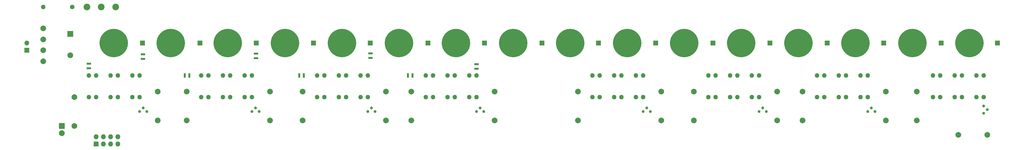
<source format=gbr>
G04 #@! TF.FileFunction,Soldermask,Top*
%FSLAX46Y46*%
G04 Gerber Fmt 4.6, Leading zero omitted, Abs format (unit mm)*
G04 Created by KiCad (PCBNEW 4.0.7) date 02/21/18 09:39:28*
%MOMM*%
%LPD*%
G01*
G04 APERTURE LIST*
%ADD10C,0.100000*%
%ADD11O,1.600000X1.600000*%
%ADD12C,1.000760*%
%ADD13R,1.727200X1.727200*%
%ADD14O,1.727200X1.727200*%
%ADD15R,2.032000X2.032000*%
%ADD16O,2.032000X2.032000*%
%ADD17C,1.998980*%
%ADD18R,1.500000X0.800000*%
%ADD19R,0.800000X1.500000*%
%ADD20C,10.000000*%
%ADD21R,1.700000X1.700000*%
%ADD22O,1.700000X1.700000*%
%ADD23C,1.600000*%
%ADD24C,2.000000*%
%ADD25R,2.000000X2.000000*%
%ADD26C,2.340000*%
G04 APERTURE END LIST*
D10*
D11*
X328930000Y-131445000D03*
X331470000Y-131445000D03*
X331470000Y-123825000D03*
X328930000Y-123825000D03*
D12*
X381000000Y-135890000D03*
X379730000Y-137160000D03*
X379730000Y-134620000D03*
D13*
X68580000Y-147955000D03*
D14*
X68580000Y-145415000D03*
X71120000Y-147955000D03*
X71120000Y-145415000D03*
X73660000Y-147955000D03*
X73660000Y-145415000D03*
X76200000Y-147955000D03*
X76200000Y-145415000D03*
D15*
X56515000Y-141605000D03*
D16*
X56515000Y-144145000D03*
D12*
X85090000Y-135255000D03*
X86360000Y-136525000D03*
X83820000Y-136525000D03*
X261620000Y-135255000D03*
X262890000Y-136525000D03*
X260350000Y-136525000D03*
X124460000Y-135255000D03*
X125730000Y-136525000D03*
X123190000Y-136525000D03*
X302260000Y-135255000D03*
X303530000Y-136525000D03*
X300990000Y-136525000D03*
X165100000Y-135255000D03*
X166370000Y-136525000D03*
X163830000Y-136525000D03*
X340360000Y-135255000D03*
X341630000Y-136525000D03*
X339090000Y-136525000D03*
X203200000Y-135255000D03*
X204470000Y-136525000D03*
X201930000Y-136525000D03*
D17*
X100330000Y-129540000D03*
X100330000Y-139700000D03*
X278130000Y-129540000D03*
X278130000Y-139700000D03*
X140970000Y-129540000D03*
X140970000Y-139700000D03*
X316230000Y-129540000D03*
X316230000Y-139700000D03*
X179070000Y-129540000D03*
X179070000Y-139700000D03*
X356235000Y-129540000D03*
X356235000Y-139700000D03*
X237490000Y-129540000D03*
X237490000Y-139700000D03*
X60960000Y-131445000D03*
X60960000Y-141605000D03*
D11*
X66040000Y-131445000D03*
X68580000Y-131445000D03*
X68580000Y-123825000D03*
X66040000Y-123825000D03*
X73660000Y-131445000D03*
X76200000Y-131445000D03*
X76200000Y-123825000D03*
X73660000Y-123825000D03*
X81280000Y-131445000D03*
X83820000Y-131445000D03*
X83820000Y-123825000D03*
X81280000Y-123825000D03*
X242570000Y-131445000D03*
X245110000Y-131445000D03*
X245110000Y-123825000D03*
X242570000Y-123825000D03*
X250190000Y-131445000D03*
X252730000Y-131445000D03*
X252730000Y-123825000D03*
X250190000Y-123825000D03*
X257810000Y-131445000D03*
X260350000Y-131445000D03*
X260350000Y-123825000D03*
X257810000Y-123825000D03*
X105410000Y-131445000D03*
X107950000Y-131445000D03*
X107950000Y-123825000D03*
X105410000Y-123825000D03*
X113030000Y-131445000D03*
X115570000Y-131445000D03*
X115570000Y-123825000D03*
X113030000Y-123825000D03*
X120650000Y-131445000D03*
X123190000Y-131445000D03*
X123190000Y-123825000D03*
X120650000Y-123825000D03*
X283210000Y-131445000D03*
X285750000Y-131445000D03*
X285750000Y-123825000D03*
X283210000Y-123825000D03*
X290830000Y-131445000D03*
X293370000Y-131445000D03*
X293370000Y-123825000D03*
X290830000Y-123825000D03*
X298450000Y-131445000D03*
X300990000Y-131445000D03*
X300990000Y-123825000D03*
X298450000Y-123825000D03*
X146050000Y-131445000D03*
X148590000Y-131445000D03*
X148590000Y-123825000D03*
X146050000Y-123825000D03*
X153670000Y-131445000D03*
X156210000Y-131445000D03*
X156210000Y-123825000D03*
X153670000Y-123825000D03*
X161290000Y-131445000D03*
X163830000Y-131445000D03*
X163830000Y-123825000D03*
X161290000Y-123825000D03*
X321310000Y-131445000D03*
X323850000Y-131445000D03*
X323850000Y-123825000D03*
X321310000Y-123825000D03*
X336550000Y-131445000D03*
X339090000Y-131445000D03*
X339090000Y-123825000D03*
X336550000Y-123825000D03*
X184150000Y-131445000D03*
X186690000Y-131445000D03*
X186690000Y-123825000D03*
X184150000Y-123825000D03*
X191770000Y-131445000D03*
X194310000Y-131445000D03*
X194310000Y-123825000D03*
X191770000Y-123825000D03*
X199390000Y-131445000D03*
X201930000Y-131445000D03*
X201930000Y-123825000D03*
X199390000Y-123825000D03*
X361950000Y-131445000D03*
X364490000Y-131445000D03*
X364490000Y-123825000D03*
X361950000Y-123825000D03*
X369570000Y-131445000D03*
X372110000Y-131445000D03*
X372110000Y-123825000D03*
X369570000Y-123825000D03*
X377190000Y-131445000D03*
X379730000Y-131445000D03*
X379730000Y-123825000D03*
X377190000Y-123825000D03*
D17*
X90170000Y-129540000D03*
X90170000Y-139700000D03*
X266700000Y-129540000D03*
X266700000Y-139700000D03*
X129540000Y-129540000D03*
X129540000Y-139700000D03*
X307340000Y-129540000D03*
X307340000Y-139700000D03*
X170180000Y-129540000D03*
X170180000Y-139700000D03*
X345440000Y-129540000D03*
X345440000Y-139700000D03*
X208280000Y-129540000D03*
X208280000Y-139700000D03*
X381000000Y-144780000D03*
X370840000Y-144780000D03*
D18*
X66040000Y-119723000D03*
X66040000Y-121323000D03*
X84963000Y-118021000D03*
X84963000Y-116421000D03*
D19*
X99657000Y-123825000D03*
X101257000Y-123825000D03*
D18*
X124587000Y-117767000D03*
X124587000Y-116167000D03*
D19*
X139789000Y-123825000D03*
X141389000Y-123825000D03*
D18*
X164719000Y-117640000D03*
X164719000Y-116040000D03*
D19*
X177889000Y-123825000D03*
X179489000Y-123825000D03*
D18*
X201930000Y-119850000D03*
X201930000Y-121450000D03*
D20*
X74760000Y-112395000D03*
X94760000Y-112395000D03*
X114760000Y-112395000D03*
X174760000Y-112395000D03*
X194760000Y-112395000D03*
X214760000Y-112395000D03*
X234760000Y-112395000D03*
X254760000Y-112395000D03*
X274760000Y-112395000D03*
X294760000Y-112395000D03*
X134760000Y-112395000D03*
X154760000Y-112395000D03*
X314760000Y-112395000D03*
X334760000Y-112395000D03*
X354760000Y-112395000D03*
X374760000Y-112395000D03*
D21*
X44280000Y-114935000D03*
D22*
X44280000Y-112395000D03*
D23*
X60155000Y-99695000D03*
D11*
X49995000Y-99695000D03*
D24*
X49995000Y-107275000D03*
X49995000Y-111125000D03*
X49995000Y-114975000D03*
X49995000Y-118825000D03*
D25*
X59520000Y-109220000D03*
D24*
X59520000Y-116720000D03*
D21*
X84793000Y-112395000D03*
X244686000Y-112395000D03*
X104986000Y-112395000D03*
X264752000Y-112395000D03*
X124671000Y-112395000D03*
X284818000Y-112395000D03*
X304757000Y-112395000D03*
X144737000Y-112395000D03*
X324823000Y-112395000D03*
X164676000Y-112395000D03*
X344635000Y-112395000D03*
X184869000Y-112395000D03*
X204681000Y-112395000D03*
X364828000Y-112395000D03*
X224874000Y-112395000D03*
X384513000Y-112395000D03*
D26*
X65395000Y-99695000D03*
X70395000Y-99695000D03*
X75395000Y-99695000D03*
M02*

</source>
